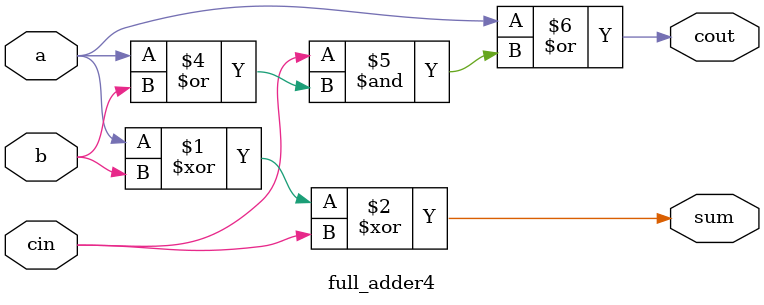
<source format=v>
module full_adder4(a,b,cin,sum,cout);
input a,b,cin;
output sum,cout;
assign sum = a^b^cin;
assign cout = a&1'b1|cin&(a|b); 
// initial begin
//     $display("The incorrect adder with and0 having in2/1");
// end   
endmodule
</source>
